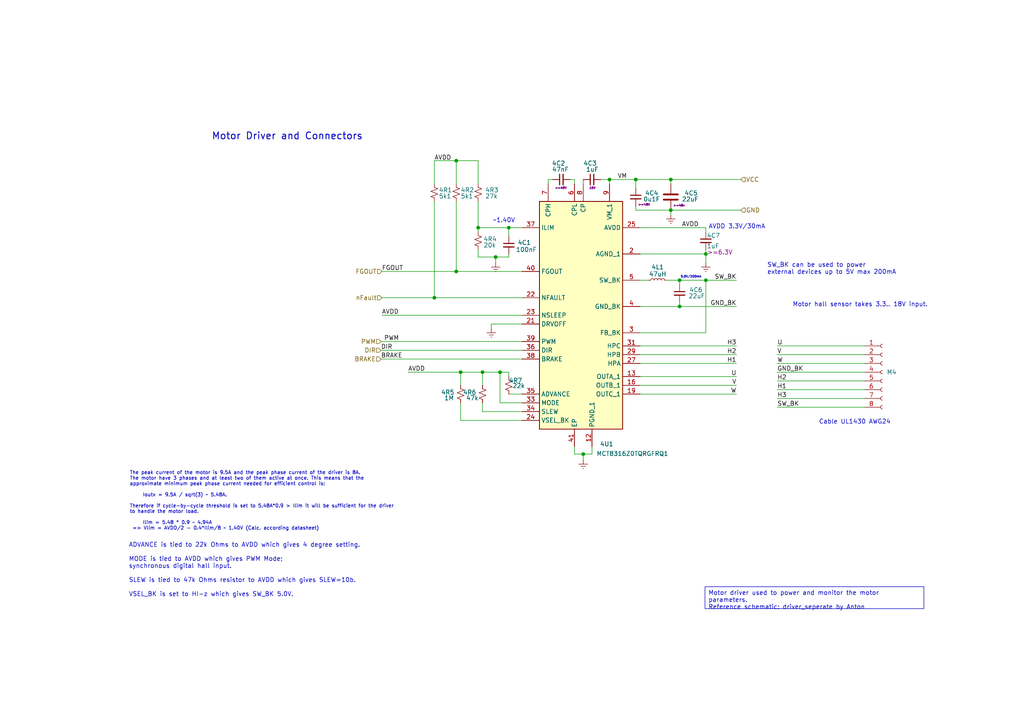
<source format=kicad_sch>
(kicad_sch (version 20231120) (generator "eeschema") (generator_version "8.0")
  (paper "A4")
  (lib_symbols
    (symbol "Connector:Conn_01x08_Socket" (pin_names (offset 1.016) hide)
      (property "Reference" "J" (at 0 10.16 0))
      (property "Value" "Conn_01x08_Socket" (at 0 -12.7 0))
      (symbol "Conn_01x08_Socket_1_1"
        (arc (start 0 -9.652) (mid -0.5058 -10.16) (end 0 -10.668) (stroke (width 0.1524)))
        (arc (start 0 -7.112) (mid -0.5058 -7.62) (end 0 -8.128) (stroke (width 0.1524)))
        (arc (start 0 -4.572) (mid -0.5058 -5.08) (end 0 -5.588) (stroke (width 0.1524)))
        (arc (start 0 -2.032) (mid -0.5058 -2.54) (end 0 -3.048) (stroke (width 0.1524)))
        (polyline (pts (xy -1.27 -10.16) (xy -0.508 -10.16)) (stroke (width 0.1524)))
        (polyline (pts (xy -1.27 -7.62) (xy -0.508 -7.62)) (stroke (width 0.1524)))
        (polyline (pts (xy -1.27 -5.08) (xy -0.508 -5.08)) (stroke (width 0.1524)))
        (polyline (pts (xy -1.27 -2.54) (xy -0.508 -2.54)) (stroke (width 0.1524)))
        (polyline (pts (xy -1.27 0) (xy -0.508 0)) (stroke (width 0.1524)))
        (polyline (pts (xy -1.27 2.54) (xy -0.508 2.54)) (stroke (width 0.1524)))
        (polyline (pts (xy -1.27 5.08) (xy -0.508 5.08)) (stroke (width 0.1524)))
        (polyline (pts (xy -1.27 7.62) (xy -0.508 7.62)) (stroke (width 0.1524)))
        (arc (start 0 0.508) (mid -0.5058 0) (end 0 -0.508) (stroke (width 0.1524)))
        (arc (start 0 3.048) (mid -0.5058 2.54) (end 0 2.032) (stroke (width 0.1524)))
        (arc (start 0 5.588) (mid -0.5058 5.08) (end 0 4.572) (stroke (width 0.1524)))
        (arc (start 0 8.128) (mid -0.5058 7.62) (end 0 7.112) (stroke (width 0.1524)))
        (pin passive line (at -5.08 7.62 0) (length 3.81) (name "Pin_1") (number "1"))
        (pin passive line (at -5.08 5.08 0) (length 3.81) (name "Pin_2") (number "2"))
        (pin passive line (at -5.08 2.54 0) (length 3.81) (name "Pin_3") (number "3"))
        (pin passive line (at -5.08 0 0) (length 3.81) (name "Pin_4") (number "4"))
        (pin passive line (at -5.08 -2.54 0) (length 3.81) (name "Pin_5") (number "5"))
        (pin passive line (at -5.08 -5.08 0) (length 3.81) (name "Pin_6") (number "6"))
        (pin passive line (at -5.08 -7.62 0) (length 3.81) (name "Pin_7") (number "7"))
        (pin passive line (at -5.08 -10.16 0) (length 3.81) (name "Pin_8") (number "8"))
      )
    )
    (symbol "Device:C" (pin_numbers hide) (pin_names (offset 0.254))
      (property "Reference" "C" (at 0.635 2.54 0))
      (property "Value" "C" (at 0.635 -2.54 0))
      (symbol "C_0_1"
        (polyline (pts (xy -2.032 -0.762) (xy 2.032 -0.762)) (stroke (width 0.508)))
        (polyline (pts (xy -2.032 0.762) (xy 2.032 0.762)) (stroke (width 0.508)))
      )
      (symbol "C_1_1"
        (pin passive line (at 0 3.81 270) (length 2.794) (name "~") (number "1"))
        (pin passive line (at 0 -3.81 90) (length 2.794) (name "~") (number "2"))
      )
    )
    (symbol "Device:C_Small" (pin_numbers hide) (pin_names (offset 0.254) hide)
      (property "Reference" "C" (at 0.254 1.778 0))
      (property "Value" "C_Small" (at 0.254 -2.032 0))
      (symbol "C_Small_0_1"
        (polyline (pts (xy -1.524 -0.508) (xy 1.524 -0.508)) (stroke (width 0.3302)))
        (polyline (pts (xy -1.524 0.508) (xy 1.524 0.508)) (stroke (width 0.3048)))
      )
      (symbol "C_Small_1_1"
        (pin passive line (at 0 2.54 270) (length 2.032) (name "~") (number "1"))
        (pin passive line (at 0 -2.54 90) (length 2.032) (name "~") (number "2"))
      )
    )
    (symbol "Device:L_Small" (pin_numbers hide) (pin_names (offset 0.254) hide)
      (property "Reference" "L" (at 0.762 1.016 0))
      (property "Value" "L_Small" (at 0.762 -1.016 0))
      (symbol "L_Small_0_1"
        (arc (start 0 -2.032) (mid 0.5058 -1.524) (end 0 -1.016))
        (arc (start 0 -1.016) (mid 0.5058 -0.508) (end 0 0))
        (arc (start 0 0) (mid 0.5058 0.508) (end 0 1.016))
        (arc (start 0 1.016) (mid 0.5058 1.524) (end 0 2.032))
      )
      (symbol "L_Small_1_1"
        (pin passive line (at 0 2.54 270) (length 0.508) (name "~") (number "1"))
        (pin passive line (at 0 -2.54 90) (length 0.508) (name "~") (number "2"))
      )
    )
    (symbol "Device:R_Small_US" (pin_numbers hide) (pin_names (offset 0.254) hide)
      (property "Reference" "R" (at 0.762 0.508 0))
      (property "Value" "R_Small_US" (at 0.762 -1.016 0))
      (symbol "R_Small_US_1_1"
        (polyline (pts (xy 0 0) (xy 1.016 -0.381) (xy 0 -0.762) (xy -1.016 -1.143) (xy 0 -1.524)))
        (polyline (pts (xy 0 1.524) (xy 1.016 1.143) (xy 0 0.762) (xy -1.016 0.381) (xy 0 0)))
        (pin passive line (at 0 2.54 270) (length 1.016) (name "~") (number "1"))
        (pin passive line (at 0 -2.54 90) (length 1.016) (name "~") (number "2"))
      )
    )
    (symbol "MCT8316Z0TQRGFRQ1:MCT8316Z0TQRGFRQ1"
      (property "Reference" "IC?" (at 5.08 -54.61 0))
      (property "Value" "MCT8316Z0TQRGFRQ1" (at 21.59 -54.61 0))
      (symbol "MCT8316Z0TQRGFRQ1_1_1"
        (rectangle (start 5.08 12.7) (end 29.21 -53.34) (stroke (width 0.254)) (fill (type background)))
        (pin no_connect line (at 29.21 -5.08 180) (length 5.08) hide (name "NC") (number "1"))
        (pin passive line (at 25.4 17.78 270) (length 5.08) hide (name "VM_2") (number "10"))
        (pin passive line (at 25.4 17.78 270) (length 5.08) hide (name "VM_3") (number "11"))
        (pin passive line (at 20.32 -58.42 90) (length 5.08) (name "PGND_1") (number "12"))
        (pin passive line (at 34.29 -38.1 180) (length 5.08) (name "OUTA_1") (number "13"))
        (pin passive line (at 34.29 -38.1 180) (length 5.08) hide (name "OUTA_2") (number "14"))
        (pin passive line (at 20.32 -58.42 90) (length 5.08) hide (name "PGND_2") (number "15"))
        (pin passive line (at 34.29 -40.64 180) (length 5.08) (name "OUTB_1") (number "16"))
        (pin passive line (at 34.29 -40.64 180) (length 5.08) hide (name "OUTB_2") (number "17"))
        (pin passive line (at 20.32 -58.42 90) (length 5.08) hide (name "PGND_3") (number "18"))
        (pin passive line (at 34.29 -43.18 180) (length 5.08) (name "OUTC_1") (number "19"))
        (pin passive line (at 34.29 -2.54 180) (length 5.08) (name "AGND_1") (number "2"))
        (pin passive line (at 34.29 -43.18 180) (length 5.08) hide (name "OUTC_2") (number "20"))
        (pin passive line (at 0 -22.86 0) (length 5.08) (name "DRVOFF") (number "21"))
        (pin passive line (at 0 -15.24 0) (length 5.08) (name "NFAULT") (number "22"))
        (pin passive line (at 0 -20.32 0) (length 5.08) (name "NSLEEP") (number "23"))
        (pin passive line (at 0 -50.8 0) (length 5.08) (name "VSEL_BK") (number "24"))
        (pin passive line (at 34.29 5.08 180) (length 5.08) (name "AVDD") (number "25"))
        (pin passive line (at 34.29 -2.54 180) (length 5.08) hide (name "AGND_2") (number "26"))
        (pin passive line (at 34.29 -34.29 180) (length 5.08) (name "HPA") (number "27"))
        (pin no_connect line (at 29.21 -21.59 180) (length 5.08) hide (name "HNA") (number "28"))
        (pin passive line (at 34.29 -31.75 180) (length 5.08) (name "HPB") (number "29"))
        (pin passive line (at 34.29 -25.4 180) (length 5.08) (name "FB_BK") (number "3"))
        (pin no_connect line (at 29.21 -21.59 180) (length 5.08) hide (name "HNB") (number "30"))
        (pin passive line (at 34.29 -29.21 180) (length 5.08) (name "HPC") (number "31"))
        (pin no_connect line (at 29.21 -21.59 180) (length 5.08) hide (name "HNC") (number "32"))
        (pin passive line (at 0 -45.72 0) (length 5.08) (name "MODE") (number "33"))
        (pin passive line (at 0 -48.26 0) (length 5.08) (name "SLEW") (number "34"))
        (pin passive line (at 0 -43.18 0) (length 5.08) (name "ADVANCE") (number "35"))
        (pin passive line (at 0 -30.48 0) (length 5.08) (name "DIR") (number "36"))
        (pin passive line (at 0 5.08 0) (length 5.08) (name "ILIM") (number "37"))
        (pin passive line (at 0 -33.02 0) (length 5.08) (name "BRAKE") (number "38"))
        (pin passive line (at 0 -27.94 0) (length 5.08) (name "PWM") (number "39"))
        (pin passive line (at 34.29 -17.78 180) (length 5.08) (name "GND_BK") (number "4"))
        (pin passive line (at 0 -7.62 0) (length 5.08) (name "FGOUT") (number "40"))
        (pin passive line (at 15.24 -58.42 90) (length 5.08) (name "EP") (number "41"))
        (pin passive line (at 34.29 -10.16 180) (length 5.08) (name "SW_BK") (number "5"))
        (pin passive line (at 15.24 17.78 270) (length 5.08) (name "CPL") (number "6"))
        (pin passive line (at 7.62 17.78 270) (length 5.08) (name "CPH") (number "7"))
        (pin passive line (at 17.78 17.78 270) (length 5.08) (name "CP") (number "8"))
        (pin passive line (at 25.4 17.78 270) (length 5.08) (name "VM_1") (number "9"))
      )
    )
    (symbol "power:GNDREF" (power) (pin_names (offset 0))
      (property "Value" "GNDREF" (at 0 -3.81 0))
      (symbol "GNDREF_0_1"
        (polyline (pts (xy -0.635 -1.905) (xy 0.635 -1.905)))
        (polyline (pts (xy -0.127 -2.54) (xy 0.127 -2.54)))
        (polyline (pts (xy 0 -1.27) (xy 0 0)))
        (polyline (pts (xy 1.27 -1.27) (xy -1.27 -1.27)))
      )
      (symbol "GNDREF_1_1"
        (pin power_in line (at 0 0 270) (length 0) hide (name "GNDREF") (number "1"))
      )
    )
  )
  (junction (at 125.984 86.36))
  (junction (at 145.034 107.95))
  (junction (at 197.104 88.9))
  (junction (at 184.404 52.07))
  (junction (at 139.954 107.95))
  (junction (at 147.574 66.04))
  (junction (at 176.784 52.07))
  (junction (at 197.104 81.28))
  (junction (at 138.684 66.04))
  (junction (at 194.564 52.07))
  (junction (at 194.564 60.96))
  (junction (at 132.334 78.74))
  (junction (at 132.334 46.609))
  (junction (at 143.764 74.549))
  (junction (at 133.604 107.95))
  (junction (at 169.164 131.699))
  (junction (at 204.724 81.28))
  (junction (at 204.724 73.66))
  (wire (pts (xy 197.104 81.28) (xy 197.104 82.55)))
  (wire (pts (xy 171.704 129.54) (xy 171.704 131.699)))
  (wire (pts (xy 132.334 46.609) (xy 138.684 46.609)))
  (wire (pts (xy 159.004 52.07) (xy 159.004 53.34)))
  (wire (pts (xy 171.704 131.699) (xy 169.164 131.699)))
  (wire (pts (xy 184.404 52.07) (xy 194.564 52.07)))
  (wire (pts (xy 132.334 78.74) (xy 110.744 78.74)))
  (wire (pts (xy 125.984 46.609) (xy 125.984 53.34)))
  (wire (pts (xy 185.674 100.33) (xy 213.614 100.33)))
  (wire (pts (xy 125.984 86.36) (xy 151.384 86.36)))
  (wire (pts (xy 185.674 111.76) (xy 213.614 111.76)))
  (wire (pts (xy 185.674 102.87) (xy 213.614 102.87)))
  (wire (pts (xy 204.724 81.28) (xy 213.614 81.28)))
  (wire (pts (xy 185.674 88.9) (xy 197.104 88.9)))
  (wire (pts (xy 125.984 46.609) (xy 132.334 46.609)))
  (wire (pts (xy 132.334 58.42) (xy 132.334 78.74)))
  (wire (pts (xy 110.49 99.06) (xy 151.384 99.06)))
  (wire (pts (xy 143.764 74.549) (xy 138.684 74.549)))
  (wire (pts (xy 142.494 93.98) (xy 142.494 95.25)))
  (wire (pts (xy 169.164 52.07) (xy 169.164 53.34)))
  (wire (pts (xy 125.984 58.42) (xy 125.984 86.36)))
  (wire (pts (xy 132.334 46.609) (xy 132.334 53.34)))
  (wire (pts (xy 147.574 73.66) (xy 147.574 74.549)))
  (wire (pts (xy 184.404 52.07) (xy 184.404 54.61)))
  (wire (pts (xy 197.104 81.28) (xy 204.724 81.28)))
  (wire (pts (xy 110.49 101.6) (xy 151.384 101.6)))
  (wire (pts (xy 145.034 116.84) (xy 151.384 116.84)))
  (wire (pts (xy 197.104 87.63) (xy 197.104 88.9)))
  (wire (pts (xy 169.164 131.699) (xy 169.164 133.35)))
  (wire (pts (xy 176.784 52.07) (xy 176.784 53.34)))
  (wire (pts (xy 139.954 107.95) (xy 139.954 111.76)))
  (wire (pts (xy 138.684 66.04) (xy 147.574 66.04)))
  (wire (pts (xy 145.034 107.95) (xy 145.034 116.84)))
  (wire (pts (xy 169.164 131.699) (xy 166.624 131.699)))
  (wire (pts (xy 166.624 131.699) (xy 166.624 129.54)))
  (wire (pts (xy 225.425 100.33) (xy 250.825 100.33)))
  (wire (pts (xy 204.724 72.39) (xy 204.724 73.66)))
  (wire (pts (xy 185.674 73.66) (xy 204.724 73.66)))
  (wire (pts (xy 225.425 118.11) (xy 250.825 118.11)))
  (wire (pts (xy 143.764 74.549) (xy 147.574 74.549)))
  (wire (pts (xy 138.684 46.609) (xy 138.684 53.34)))
  (wire (pts (xy 159.004 52.07) (xy 160.274 52.07)))
  (wire (pts (xy 138.684 74.549) (xy 138.684 72.39)))
  (wire (pts (xy 225.425 102.87) (xy 250.825 102.87)))
  (wire (pts (xy 225.425 105.41) (xy 250.825 105.41)))
  (wire (pts (xy 133.604 111.76) (xy 133.604 107.95)))
  (wire (pts (xy 185.674 105.41) (xy 213.614 105.41)))
  (wire (pts (xy 138.684 58.42) (xy 138.684 66.04)))
  (wire (pts (xy 174.244 52.07) (xy 176.784 52.07)))
  (wire (pts (xy 197.104 88.9) (xy 213.614 88.9)))
  (wire (pts (xy 166.624 52.07) (xy 165.354 52.07)))
  (wire (pts (xy 110.49 104.14) (xy 151.384 104.14)))
  (wire (pts (xy 185.674 96.52) (xy 204.724 96.52)))
  (wire (pts (xy 204.724 66.04) (xy 204.724 67.31)))
  (wire (pts (xy 204.724 73.66) (xy 204.724 76.2)))
  (wire (pts (xy 225.425 107.95) (xy 250.825 107.95)))
  (wire (pts (xy 166.624 52.07) (xy 166.624 53.34)))
  (wire (pts (xy 184.404 59.69) (xy 184.404 60.96)))
  (wire (pts (xy 110.744 86.36) (xy 125.984 86.36)))
  (wire (pts (xy 133.604 116.84) (xy 133.604 121.92)))
  (wire (pts (xy 185.674 114.3) (xy 213.614 114.3)))
  (wire (pts (xy 194.564 52.07) (xy 214.884 52.07)))
  (wire (pts (xy 193.294 81.28) (xy 197.104 81.28)))
  (wire (pts (xy 147.574 66.04) (xy 151.384 66.04)))
  (wire (pts (xy 147.574 107.95) (xy 147.574 109.22)))
  (wire (pts (xy 138.684 66.04) (xy 138.684 67.31)))
  (wire (pts (xy 194.564 60.96) (xy 214.884 60.96)))
  (wire (pts (xy 225.425 115.57) (xy 250.825 115.57)))
  (wire (pts (xy 147.574 66.04) (xy 147.574 68.58)))
  (wire (pts (xy 143.764 74.549) (xy 143.764 76.2)))
  (wire (pts (xy 184.404 60.96) (xy 194.564 60.96)))
  (wire (pts (xy 132.334 78.74) (xy 151.384 78.74)))
  (wire (pts (xy 185.674 66.04) (xy 204.724 66.04)))
  (wire (pts (xy 142.494 93.98) (xy 151.384 93.98)))
  (wire (pts (xy 147.574 114.3) (xy 151.384 114.3)))
  (wire (pts (xy 204.724 81.28) (xy 204.724 96.52)))
  (wire (pts (xy 225.425 110.49) (xy 250.825 110.49)))
  (wire (pts (xy 110.744 91.44) (xy 151.384 91.44)))
  (wire (pts (xy 194.564 52.07) (xy 194.564 53.34)))
  (wire (pts (xy 225.425 113.03) (xy 250.825 113.03)))
  (wire (pts (xy 176.784 52.07) (xy 184.404 52.07)))
  (wire (pts (xy 185.674 81.28) (xy 188.214 81.28)))
  (wire (pts (xy 133.604 107.95) (xy 139.954 107.95)))
  (wire (pts (xy 139.954 116.84) (xy 139.954 119.38)))
  (wire (pts (xy 194.564 60.96) (xy 194.564 62.23)))
  (wire (pts (xy 185.674 109.22) (xy 213.614 109.22)))
  (wire (pts (xy 139.954 119.38) (xy 151.384 119.38)))
  (wire (pts (xy 145.034 107.95) (xy 147.574 107.95)))
  (wire (pts (xy 133.604 121.92) (xy 151.384 121.92)))
  (wire (pts (xy 139.954 107.95) (xy 145.034 107.95)))
  (wire (pts (xy 118.364 107.95) (xy 133.604 107.95)))
  (text_box "Motor driver used to power and monitor the motor parameters.\nReference schematic: driver_seperate by Anton" (at 204.47 170.18 0) (size 63.5 6.35) (effects (font (size 1.27 1.27)) (justify left top)))
  (text "Cable UL1430 AWG24" (at 237.49 123.19 0) (effects (font (size 1.27 1.27)) (justify left bottom)))
  (text "ADVANCE is tied to 22k Ohms to AVDD which gives 4 degree setting.\n\nMODE is tied to AVDD which gives PWM Mode;\nsynchronous digital hall input.\n\nSLEW is tied to 47k Ohms resistor to AVDD which gives SLEW=10b.\n\nVSEL_BK is set to HI-z which gives SW_BK 5.0V." (at 37.338 173.228 0) (effects (font (size 1.27 1.27)) (justify left bottom)))
  (text "The peak current of the motor is 9.5A and the peak phase current of the driver is 8A.\nThe motor have 3 phases and at least two of them active at once. This means that the\napproximate minimum peak phase current needed for efficient control is:\n	\n	Ioutx = 9.5A / sqrt(3) ~ 5.48A.\n\nTherefore if cycle-by-cycle threshold is set to 5.48A*0.9 > Ilim it will be sufficient for the driver\nto handle the motor load.\n\n	Ilim = 5.48 * 0.9 ~ 4.94A\n => Vlim = AVDD/2 - 0.4*Ilim/8 ~ 1.40V (Calc. according datasheet)" (at 37.592 153.924 0) (effects (font (size 1 1)) (justify left bottom)))
  (text "AVDD 3.3V/30mA" (at 205.486 66.548 0) (effects (font (size 1.27 1.27)) (justify left bottom)))
  (text "Motor hall sensor takes 3.3.. 18V input." (at 229.87 89.154 0) (effects (font (size 1.27 1.27)) (justify left bottom)))
  (text "5.0V/200mA" (at 197.358 80.772 0) (effects (font (size 0.635 0.635)) (justify left bottom)))
  (text "~1.40V" (at 143.002 64.77 0) (effects (font (size 1.27 1.27)) (justify left bottom)))
  (text "SW_BK can be used to power \nexternal devices up to 5V max 200mA\n" (at 222.504 79.756 0) (effects (font (size 1.27 1.27)) (justify left bottom)))
  (text "Motor Driver and Connectors" (at 61.341 40.767 0) (effects (font (size 2 2) (thickness 0.254) (bold yes)) (justify left bottom)))
  (label "SW_BK" (at 213.614 81.28 180))
  (label "H2" (at 213.614 102.87 180))
  (label "VM" (at 181.864 52.07 180))
  (label "H2" (at 225.425 110.49 0))
  (label "SW_BK" (at 225.425 118.11 0))
  (label "FGOUT" (at 110.744 78.74 0))
  (label "V" (at 213.614 111.76 180))
  (label "DIR" (at 110.49 101.6 0))
  (label "H3" (at 225.425 115.57 0))
  (label "PWM" (at 111.379 99.06 0))
  (label "AVDD" (at 197.739 66.04 0))
  (label "BRAKE" (at 110.49 104.14 0))
  (label "H3" (at 213.614 100.33 180))
  (label "V" (at 225.425 102.87 0))
  (label "AVDD" (at 110.744 91.44 0))
  (label "AVDD" (at 125.984 46.736 0))
  (label "H1" (at 225.425 113.03 0))
  (label "U" (at 213.614 109.22 180))
  (label "GND_BK" (at 213.614 88.9 180))
  (label "GND_BK" (at 225.425 107.95 0))
  (label "W" (at 225.425 105.41 0))
  (label "AVDD" (at 118.364 107.95 0))
  (label "U" (at 225.425 100.33 0))
  (label "H1" (at 213.614 105.41 180))
  (label "W" (at 213.614 114.3 180))
  (hierarchical_label "BRAKE" (shape input) (at 110.49 104.14 180))
  (hierarchical_label "FGOUT" (shape input) (at 110.744 78.74 180))
  (hierarchical_label "GND" (shape input) (at 214.884 60.96 0))
  (hierarchical_label "DIR" (shape input) (at 110.49 101.6 180))
  (hierarchical_label "nFault" (shape input) (at 110.744 86.36 180))
  (hierarchical_label "PWM" (shape input) (at 110.49 99.06 180))
  (hierarchical_label "VCC" (shape input) (at 214.884 52.07 0))
  (symbol (lib_id "power:GNDREF") (at 142.494 95.25 0) (unit 1)
    (property "Reference" "#PWR037" (effects (hide yes)))
    (property "Value" "GNDREF" (effects (hide yes)))
  )
  (symbol (lib_id "Device:C_Small") (at 147.574 71.12 0) (unit 1)
    (property "Reference" "4C1" (at 150.114 70.358 0) (effects (justify left)))
    (property "Value" "100nF" (at 149.606 72.39 0) (effects (justify left)))
    (property "Footprint" "Capacitor_SMD:C_0402_1005Metric" (effects (hide yes)))
    (property "Description" "MFR.Part # CL05B104KO5NNNC JLCPCB Part # C1525" (effects (hide yes)))
  )
  (symbol (lib_id "power:GNDREF") (at 143.764 76.2 0) (unit 1)
    (property "Reference" "#PWR038" (effects (hide yes)))
    (property "Value" "GNDREF" (effects (hide yes)))
  )
  (symbol (lib_id "Device:R_Small_US") (at 132.334 55.88 0) (unit 1)
    (property "Reference" "4R2" (at 133.604 55.118 0) (effects (justify left)))
    (property "Value" "5k1" (at 133.604 56.896 0) (effects (justify left)))
    (property "Footprint" "Resistor_SMD:R_0603_1608Metric" (effects (hide yes)))
    (property "Description" "MFR.Part # ERJ3GEYJ512V JLCPCB Part # C403509" (effects (hide yes)))
  )
  (symbol (lib_id "Device:L_Small") (at 190.754 81.28 90) (unit 1)
    (property "Reference" "4L1" (at 190.754 77.47 90))
    (property "Value" "47uH" (at 190.754 79.502 90))
    (property "Footprint" "Inductor_SMD:L_0805_2012Metric" (effects (hide yes)))
    (property "Description" "MFR.Part # CMI201212J470KT JLCPCB Part # C105499" (effects (hide yes)))
  )
  (symbol (lib_id "Device:C_Small") (at 197.104 85.09 0) (unit 1)
    (property "Reference" "4C6" (at 199.898 84.074 0) (effects (justify left)))
    (property "Value" "22uF" (at 199.644 85.852 0) (effects (justify left)))
    (property "Footprint" "Capacitor_SMD:C_0402_1005Metric" (effects (hide yes)))
    (property "Description" "MFR.Part # CL05A226MQ5QUNC JLCPCB Part # C105226" (effects (hide yes)))
  )
  (symbol (lib_id "Device:R_Small_US") (at 138.684 69.85 0) (unit 1)
    (property "Reference" "4R4" (at 140.208 69.342 0) (effects (justify left)))
    (property "Value" "20k" (at 140.208 71.12 0) (effects (justify left)))
    (property "Footprint" "Resistor_SMD:R_0603_1608Metric" (effects (hide yes)))
    (property "Description" "Resistor, small US symbol" (effects (hide yes)))
  )
  (symbol (lib_id "power:GNDREF") (at 194.564 62.23 0) (unit 1)
    (property "Reference" "#PWR040" (effects (hide yes)))
    (property "Value" "GNDREF" (effects (hide yes)))
  )
  (symbol (lib_id "power:GNDREF") (at 169.164 133.35 0) (unit 1)
    (property "Reference" "#PWR039" (effects (hide yes)))
    (property "Value" "GNDREF" (effects (hide yes)))
  )
  (symbol (lib_id "Device:C_Small") (at 162.814 52.07 90) (unit 1)
    (property "Reference" "4C2" (at 163.957 47.371 90) (effects (justify left)))
    (property "Value" "47nF" (at 164.973 49.149 90) (effects (justify left)))
    (property "Footprint" "Capacitor_SMD:C_0402_1005Metric" (effects (hide yes)))
    (property "Description" "MFR.Part # CL05B473KB5VPNC JLCPCB Part # C307339" (effects (hide yes)))
    (property "Voltage" ">=48V" (at 162.687 54.483 90) (effects (font (size 0.635 0.635))))
  )
  (symbol (lib_id "Connector:Conn_01x08_Socket") (at 255.905 107.95 0) (unit 1)
    (property "Reference" "M4" (at 257.175 107.9499 0) (effects (justify left)))
    (property "Value" "Conn_01x08_Socket" (effects (hide yes)))
    (property "Footprint" "Connector_PinHeader_2.54mm:PinHeader_1x08_P2.54mm_Vertical" (effects (hide yes)))
  )
  (symbol (lib_id "Device:C_Small") (at 171.704 52.07 90) (unit 1)
    (property "Reference" "4C3" (at 173.101 47.371 90) (effects (justify left)))
    (property "Value" "1uF" (at 173.609 49.149 90) (effects (justify left)))
    (property "Footprint" "Capacitor_SMD:C_0402_1005Metric" (effects (hide yes)))
    (property "Description" "MFR.Part # CL05A105KP5NNNC JLCPCB Part # C14445" (effects (hide yes)))
    (property "Voltage" "16V" (at 171.831 54.483 90) (effects (font (size 0.635 0.635))))
  )
  (symbol (lib_id "Device:R_Small_US") (at 125.984 55.88 0) (unit 1)
    (property "Reference" "4R1" (at 127.254 55.118 0) (effects (justify left)))
    (property "Value" "5k1" (at 127.254 56.896 0) (effects (justify left)))
    (property "Footprint" "Resistor_SMD:R_0603_1608Metric" (effects (hide yes)))
    (property "Description" "MFR.Part # ERJ3GEYJ512V JLCPCB Part # C403509" (effects (hide yes)))
  )
  (symbol (lib_id "Device:C_Small") (at 184.404 57.15 0) (unit 1)
    (property "Reference" "4C4" (at 187.071 56.007 0) (effects (justify left)))
    (property "Value" "0u1F" (at 186.563 57.785 0) (effects (justify left)))
    (property "Footprint" "Capacitor_SMD:C_0402_1005Metric" (effects (hide yes)))
    (property "Description" "MFR.Part # CL05B104KB54PNC JLCPCB Part # C307331" (effects (hide yes)))
    (property "Voltage" ">=48V" (at 186.817 59.309 0) (effects (font (size 0.635 0.635))))
  )
  (symbol (lib_id "Device:R_Small_US") (at 133.604 114.3 180) (unit 1)
    (property "Reference" "4R5" (at 131.826 113.792 0) (effects (justify left)))
    (property "Value" "1M" (at 131.699 115.443 0) (effects (justify left)))
    (property "Footprint" "Resistor_SMD:R_0805_2012Metric" (effects (hide yes)))
    (property "Description" "Resistor, small US symbol" (effects (hide yes)))
  )
  (symbol (lib_id "Device:R_Small_US") (at 139.954 114.3 180) (unit 1)
    (property "Reference" "4R6" (at 138.176 113.792 0) (effects (justify left)))
    (property "Value" "47k" (at 138.811 115.443 0) (effects (justify left)))
    (property "Footprint" "Resistor_SMD:R_0402_1005Metric" (effects (hide yes)))
    (property "Description" "Resistor, small US symbol" (effects (hide yes)))
  )
  (symbol (lib_id "Device:R_Small_US") (at 147.574 111.76 180) (unit 1)
    (property "Reference" "4R7" (at 151.511 110.363 0) (effects (justify left)))
    (property "Value" "22k" (at 152.273 111.887 0) (effects (justify left)))
    (property "Footprint" "Resistor_SMD:R_0402_1005Metric" (effects (hide yes)))
    (property "Description" "Resistor, small US symbol" (effects (hide yes)))
  )
  (symbol (lib_id "power:GNDREF") (at 204.724 76.2 0) (unit 1)
    (property "Reference" "#PWR042" (effects (hide yes)))
    (property "Value" "GNDREF" (effects (hide yes)))
  )
  (symbol (lib_id "Device:R_Small_US") (at 138.684 55.88 0) (unit 1)
    (property "Reference" "4R3" (at 140.716 55.118 0) (effects (justify left)))
    (property "Value" "27k" (at 140.716 56.896 0) (effects (justify left)))
    (property "Footprint" "Resistor_SMD:R_0603_1608Metric" (effects (hide yes)))
    (property "Description" "Resistor, small US symbol" (effects (hide yes)))
  )
  (symbol (lib_id "Device:C") (at 194.564 57.15 0) (unit 1)
    (property "Reference" "4C5" (at 198.501 56.007 0) (effects (justify left)))
    (property "Value" "22uF" (at 197.739 57.785 0) (effects (justify left)))
    (property "Footprint" "Capacitor_SMD:C_2220_5750Metric" (effects (hide yes)))
    (property "Description" "MFR.Part # FS55X226K500EHG JLCPCB Part # C784103" (effects (hide yes)))
    (property "Voltage" ">=48v" (at 196.977 59.563 0) (effects (font (size 0.635 0.635))))
  )
  (symbol (lib_id "MCT8316Z0TQRGFRQ1:MCT8316Z0TQRGFRQ1") (at 151.384 71.12 0) (unit 1)
    (property "Reference" "4U1" (at 173.99 128.778 0) (effects (justify left)))
    (property "Value" "MCT8316Z0TQRGFRQ1" (at 172.974 131.572 0) (effects (justify left)))
    (property "Footprint" "motorDriver:RGF0040E-IPC_B" (effects (hide yes)))
    (property "Reference_1" "IC" (effects (hide yes)))
    (property "Value_1" "MCT8316Z0TQRGFRQ1" (effects (hide yes)))
    (property "Footprint_1" "QFN50P500X700X100-41N-D" (effects (hide yes)))
    (property "Datasheet_1" "https://www.ti.com/lit/ds/symlink/mct8316z-q1.pdf?ts=1644468763902&ref_url=https%253A%252F%252Fwww.ti.com%252Fproduct%252FMCT8316Z-Q1" (effects (hide yes)))
    (property "Height" "1" (effects (hide yes)))
    (property "Mouser Part Number" "595-CT8316Z0TQRGFRQ1" (effects (hide yes)))
    (property "Mouser Price/Stock" "https://www.mouser.co.uk/ProductDetail/Texas-Instruments/MCT8316Z0TQRGFRQ1?qs=doiCPypUmgGjpIW3bYp16w%3D%3D" (effects (hide yes)))
    (property "Manufacturer_Name" "Texas Instruments" (effects (hide yes)))
    (property "Manufacturer_Part_Number" "MCT8316Z0TQRGFRQ1" (effects (hide yes)))
  )
  (symbol (lib_id "Device:C_Small") (at 204.724 69.85 0) (unit 1)
    (property "Reference" "4C7" (at 204.978 68.326 0) (effects (justify left)))
    (property "Value" "1uF" (at 204.978 71.374 0) (effects (justify left)))
    (property "Footprint" "Capacitor_SMD:C_0402_1005Metric" (effects (hide yes)))
    (property "Description" "MFR.Part # GRM155R61A105KE15D JLCPCB Part # C76999" (effects (hide yes)))
    (property "Voltage" ">=6.3V" (at 208.788 73.152 0))
  )
)
</source>
